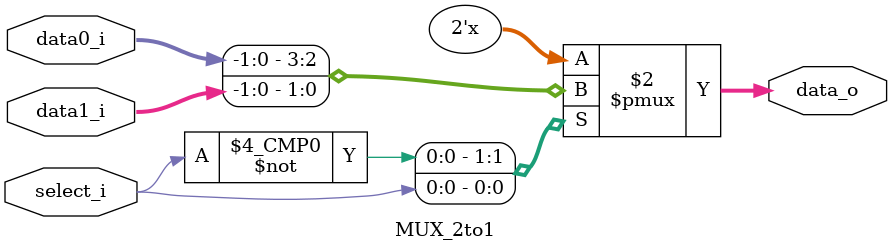
<source format=v>
     
module MUX_2to1(
               data0_i,
               data1_i,
               select_i,
               data_o
               );

parameter size = 0;			   
			
//I/O ports               
input   [size-1:0] data0_i;          
input   [size-1:0] data1_i;
input              select_i;
output  [size-1:0] data_o; 

//Internal Signals
reg     [size-1:0] data_o;

//Main function
always @(*)
begin
	case (select_i)
		1'b0: data_o <= data0_i;
		1'b1: data_o <= data1_i;
	endcase
end

endmodule      
          
          
</source>
